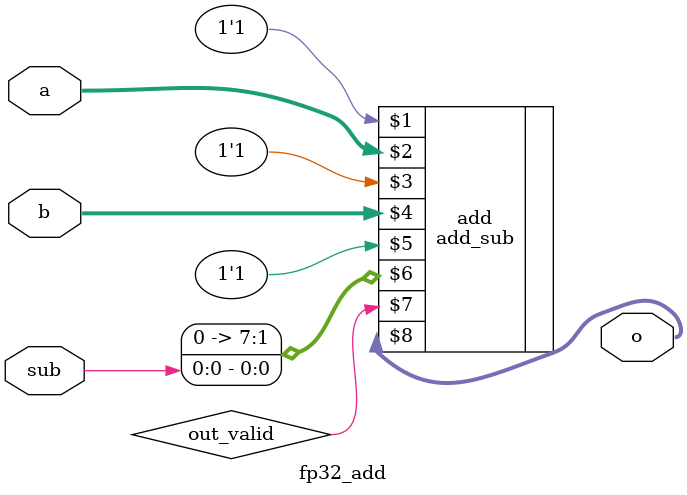
<source format=v>
`timescale 1ns / 1ps


module fp32_add (
    input  [31:0] a,  // FP32 input A
    input  [31:0] b,  // FP32 input B
    input sub,
    output  [31:0] o   // FP32 output (A + B)
);
wire out_valid;
add_sub add (
  1'b1,
  a,
  1'b1,
  b,
  1'b1,
  {{7{1'b0}},sub},
  out_valid,
  o
);

endmodule
</source>
